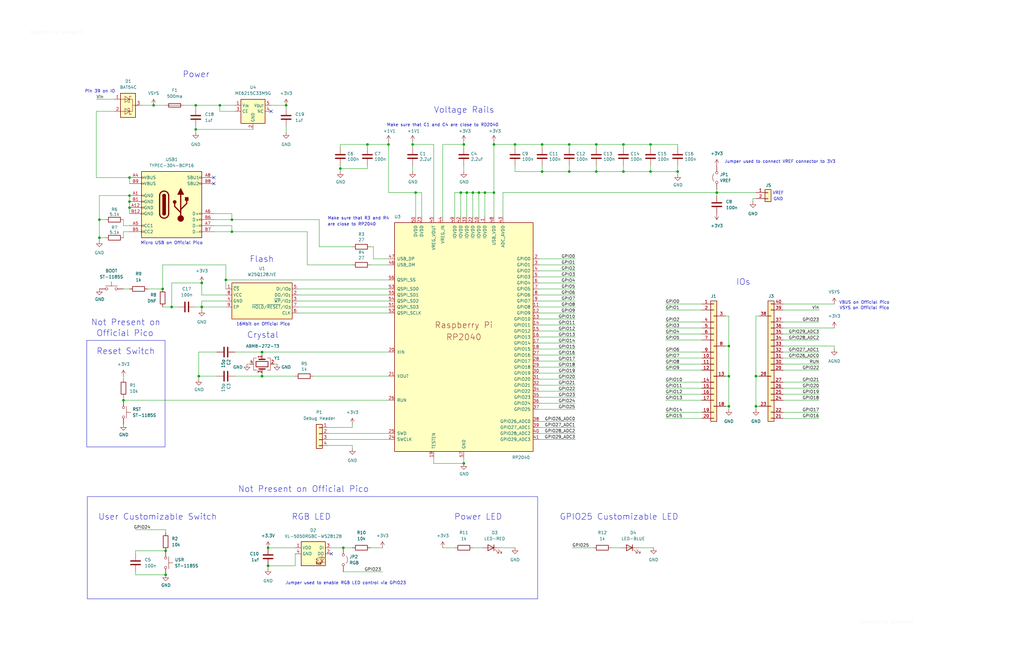
<source format=kicad_sch>
(kicad_sch (version 20250114) (generator "eeschema") (generator_version "9.0")
  (paper "B")
  (title_block (title "YD-RP2040 2022 v1.3 Remake") (date "2024-01-16") (rev "REV0"))
  (lib_symbols
    (symbol "+3V3_1" (power) (pin_numbers (hide yes)) (pin_names (offset 0) (hide yes))
      (property "Value" "+3V3" (at 0 3.556 0))
      (symbol "+3V3_1_1_1"
        (pin power_in line (at 0 0 90) (length 0) (name "~") (number "1"))
      )
    )
    (symbol "+3V3_2" (power) (pin_numbers (hide yes)) (pin_names (offset 0) (hide yes))
      (property "Value" "+3V3" (at 0 3.556 0))
      (symbol "+3V3_2_1_1"
        (pin power_in line (at 0 0 90) (length 0) (name "~") (number "1"))
      )
    )
    (symbol "+3V3_3" (power) (pin_numbers (hide yes)) (pin_names (offset 0) (hide yes))
      (property "Value" "+3V3" (at 0 3.556 0))
      (symbol "+3V3_3_1_1"
        (pin power_in line (at 0 0 90) (length 0) (name "~") (number "1"))
      )
    )
    (symbol "+3V3_4" (power) (pin_numbers (hide yes)) (pin_names (offset 0) (hide yes))
      (property "Value" "+3V3" (at 0 3.556 0))
      (symbol "+3V3_4_1_1"
        (pin power_in line (at 0 0 90) (length 0) (name "~") (number "1"))
      )
    )
    (symbol "+3V3_5" (power) (pin_numbers (hide yes)) (pin_names (offset 0) (hide yes))
      (property "Value" "+3V3" (at 0 3.556 0))
      (symbol "+3V3_5_1_1"
        (pin power_in line (at 0 0 90) (length 0) (name "~") (number "1"))
      )
    )
    (symbol "+3V3_6" (power) (pin_numbers (hide yes)) (pin_names (offset 0) (hide yes))
      (property "Value" "+3V3" (at 0 3.556 0))
      (symbol "+3V3_6_1_1"
        (pin power_in line (at 0 0 90) (length 0) (name "~") (number "1"))
      )
    )
    (symbol "+3V3_7" (power) (pin_numbers (hide yes)) (pin_names (offset 0) (hide yes))
      (property "Value" "+3V3" (at 0 3.556 0))
      (symbol "+3V3_7_1_1"
        (pin power_in line (at 0 0 90) (length 0) (name "~") (number "1"))
      )
    )
    (symbol "+3V3_8" (power) (pin_numbers (hide yes)) (pin_names (offset 0) (hide yes))
      (property "Value" "+3V3" (at 0 3.556 0))
      (symbol "+3V3_8_1_1"
        (pin power_in line (at 0 0 90) (length 0) (name "~") (number "1"))
      )
    )
    (symbol "+3V3_9" (power) (pin_numbers (hide yes)) (pin_names (offset 0) (hide yes))
      (property "Value" "+3V3" (at 0 3.556 0))
      (symbol "+3V3_9_1_1"
        (pin power_in line (at 0 0 90) (length 0) (name "~") (number "1"))
      )
    )
    (symbol "BAT54C_1" (pin_names (offset 1.016))
      (property "Reference" "P1" (at 1.27 7.62 0))
      (property "Value" "Debug Header" (at 1.27 5.08 0))
      (symbol "BAT54C_1_1_1"
        (pin passive line (at 5.08 1.27 180) (length 2.54) (name "~") (number "1"))
        (pin passive line (at 5.08 -1.27 180) (length 2.54) (name "~") (number "2"))
        (pin passive line (at 5.08 -3.81 180) (length 2.54) (name "~") (number "3"))
        (pin passive line (at 5.08 -6.35 180) (length 2.54) (name "~") (number "4"))
      )
    )
    (symbol "Conn_01x20_1" (pin_names (offset 1.016) (hide yes))
      (property "Reference" "J3" (at -1.27 28.194 0))
      (property "Value" "Conn_01x20" (at -5.842 26.162 0))
      (symbol "Conn_01x20_1_1_1"
        (pin passive line (at -5.08 22.86 0) (length 3.81) (name "Pin_20") (number "40"))
        (pin passive line (at -5.08 20.32 0) (length 3.81) (name "Pin_19") (number "39"))
        (pin passive line (at -5.08 15.24 0) (length 3.81) (name "Pin_17") (number "37"))
        (pin passive line (at -5.08 12.7 0) (length 3.81) (name "Pin_16") (number "36"))
        (pin passive line (at -5.08 10.16 0) (length 3.81) (name "Pin_15") (number "35"))
        (pin passive line (at -5.08 7.62 0) (length 3.81) (name "Pin_14") (number "34"))
        (pin passive line (at -5.08 5.08 0) (length 3.81) (name "Pin_13") (number "33"))
        (pin passive line (at -5.08 2.54 0) (length 3.81) (name "Pin_12") (number "32"))
        (pin passive line (at -5.08 0 0) (length 3.81) (name "Pin_11") (number "31"))
        (pin passive line (at -5.08 -2.54 0) (length 3.81) (name "Pin_10") (number "30"))
        (pin passive line (at -5.08 -5.08 0) (length 3.81) (name "Pin_9") (number "29"))
        (pin passive line (at -5.08 -10.16 0) (length 3.81) (name "Pin_7") (number "27"))
        (pin passive line (at -5.08 -12.7 0) (length 3.81) (name "Pin_6") (number "26"))
        (pin passive line (at -5.08 -15.24 0) (length 3.81) (name "Pin_5") (number "25"))
        (pin passive line (at -5.08 -17.78 0) (length 3.81) (name "Pin_4") (number "24"))
        (pin passive line (at -5.08 -22.86 0) (length 3.81) (name "Pin_2") (number "22"))
        (pin passive line (at -5.08 -25.4 0) (length 3.81) (name "Pin_1") (number "21"))
        (pin passive line (at 5.08 17.78 180) (length 3.81) (name "Pin_18") (number "38"))
        (pin passive line (at 5.08 -7.62 180) (length 3.81) (name "Pin_8") (number "28"))
        (pin passive line (at 5.08 -20.32 180) (length 3.81) (name "Pin_3") (number "23"))
      )
    )
    (symbol "Connector:USB_C_Receptacle" (pin_names (offset 1.016))
      (property "Reference" "USB1" (at 0 33.02 0))
      (property "Value" "TYPEC-304-BCP16" (at 0 30.48 0))
      (symbol "USB_C_Receptacle_1_1"
        (pin passive line (at -17.78 25.4 0) (length 5.08) (name "VBUS") (number "A4"))
        (pin passive line (at -17.78 25.4 0) (length 5.08) (hide yes) (name "VBUS") (number "A9"))
        (pin passive line (at -17.78 25.4 0) (length 5.08) (hide yes) (name "VBUS") (number "B4"))
        (pin passive line (at -17.78 25.4 0) (length 5.08) (hide yes) (name "VBUS") (number "B9"))
        (pin passive line (at -17.78 22.86 0) (length 5.08) (hide yes) (name "VBUS") (number "A9"))
        (pin passive line (at -17.78 22.86 0) (length 5.08) (hide yes) (name "VBUS") (number "B4"))
        (pin passive line (at -17.78 22.86 0) (length 5.08) (name "VBUS") (number "B9"))
        (pin passive line (at -17.78 22.86 0) (length 5.08) (hide yes) (name "VBUS") (number "B9"))
        (pin passive line (at -17.78 17.78 0) (length 5.08) (name "GND") (number "A1"))
        (pin passive line (at -17.78 17.78 0) (length 5.08) (hide yes) (name "VBUS") (number "A9"))
        (pin passive line (at -17.78 17.78 0) (length 5.08) (hide yes) (name "VBUS") (number "B4"))
        (pin passive line (at -17.78 17.78 0) (length 5.08) (hide yes) (name "VBUS") (number "B9"))
        (pin passive line (at -17.78 15.24 0) (length 5.08) (name "GND") (number "B1"))
        (pin passive line (at -17.78 15.24 0) (length 5.08) (hide yes) (name "VBUS") (number "B1"))
        (pin passive line (at -17.78 15.24 0) (length 5.08) (hide yes) (name "VBUS") (number "B4"))
        (pin passive line (at -17.78 15.24 0) (length 5.08) (hide yes) (name "VBUS") (number "B9"))
        (pin passive line (at -17.78 12.7 0) (length 5.08) (name "GND") (number "A12"))
        (pin passive line (at -17.78 12.7 0) (length 5.08) (hide yes) (name "VBUS") (number "A9"))
        (pin passive line (at -17.78 12.7 0) (length 5.08) (hide yes) (name "VBUS") (number "B4"))
        (pin passive line (at -17.78 12.7 0) (length 5.08) (hide yes) (name "VBUS") (number "B9"))
        (pin passive line (at -17.78 10.16 0) (length 5.08) (hide yes) (name "VBUS") (number "B1"))
        (pin passive line (at -17.78 10.16 0) (length 5.08) (name "GND") (number "B12"))
        (pin passive line (at -17.78 10.16 0) (length 5.08) (hide yes) (name "VBUS") (number "B4"))
        (pin passive line (at -17.78 10.16 0) (length 5.08) (hide yes) (name "VBUS") (number "B9"))
        (pin bidirectional line (at -17.78 5.08 0) (length 5.08) (name "CC1") (number "A5"))
        (pin bidirectional line (at -17.78 2.54 0) (length 5.08) (name "CC2") (number "B5"))
        (pin bidirectional line (at 17.78 25.4 180) (length 5.08) (name "SBU1") (number "A8"))
        (pin bidirectional line (at 17.78 22.86 180) (length 5.08) (name "SBU2") (number "B8"))
        (pin bidirectional line (at 17.78 10.16 180) (length 5.08) (name "D+") (number "A6"))
        (pin bidirectional line (at 17.78 7.62 180) (length 5.08) (name "D+") (number "B6"))
        (pin bidirectional line (at 17.78 5.08 180) (length 5.08) (name "D-") (number "A7"))
        (pin bidirectional line (at 17.78 2.54 180) (length 5.08) (name "D-") (number "B7"))
      )
    )
    (symbol "Connector_Generic:Conn_01x02" (pin_names (offset 1.016) (hide yes))
      (property "Reference" "J5" (at -1.016 3.048 0))
      (symbol "Conn_01x02_1_1"
        (pin passive line (at -5.08 0 0) (length 3.81) (name "Pin_1") (number "1"))
        (pin passive line (at -5.08 -2.54 0) (length 3.81) (name "Pin_2") (number "2"))
      )
    )
    (symbol "Connector_Generic:Conn_01x20" (pin_names (offset 1.016) (hide yes))
      (property "Reference" "J1" (at -1.27 28.194 0))
      (property "Value" "Conn_01x20" (at -5.842 26.162 0))
      (symbol "Conn_01x20_1_1"
        (pin passive line (at -5.08 22.86 0) (length 3.81) (name "Pin_1") (number "1"))
        (pin passive line (at -5.08 20.32 0) (length 3.81) (name "Pin_2") (number "2"))
        (pin passive line (at -5.08 15.24 0) (length 3.81) (name "Pin_4") (number "4"))
        (pin passive line (at -5.08 12.7 0) (length 3.81) (name "Pin_5") (number "5"))
        (pin passive line (at -5.08 10.16 0) (length 3.81) (name "Pin_6") (number "6"))
        (pin passive line (at -5.08 7.62 0) (length 3.81) (name "Pin_7") (number "7"))
        (pin passive line (at -5.08 2.54 0) (length 3.81) (name "Pin_9") (number "9"))
        (pin passive line (at -5.08 0 0) (length 3.81) (name "Pin_10") (number "10"))
        (pin passive line (at -5.08 -2.54 0) (length 3.81) (name "Pin_11") (number "11"))
        (pin passive line (at -5.08 -5.08 0) (length 3.81) (name "Pin_12") (number "12"))
        (pin passive line (at -5.08 -10.16 0) (length 3.81) (name "Pin_14") (number "14"))
        (pin passive line (at -5.08 -12.7 0) (length 3.81) (name "Pin_15") (number "15"))
        (pin passive line (at -5.08 -15.24 0) (length 3.81) (name "Pin_16") (number "16"))
        (pin passive line (at -5.08 -17.78 0) (length 3.81) (name "Pin_17") (number "17"))
        (pin passive line (at -5.08 -22.86 0) (length 3.81) (name "Pin_19") (number "19"))
        (pin passive line (at -5.08 -25.4 0) (length 3.81) (name "Pin_20") (number "20"))
        (pin passive line (at 5.08 17.78 180) (length 3.81) (name "Pin_3") (number "3"))
        (pin passive line (at 5.08 5.08 180) (length 3.81) (name "Pin_8") (number "8"))
        (pin passive line (at 5.08 -7.62 180) (length 3.81) (name "Pin_13") (number "13"))
        (pin passive line (at 5.08 -20.32 180) (length 3.81) (name "Pin_18") (number "18"))
      )
    )
    (symbol "Device:C" (pin_numbers (hide yes)) (pin_names (offset 0.254))
      (property "Reference" "C" (at 0.635 2.54 0))
      (property "Value" "C" (at 0.635 -2.54 0))
      (symbol "C_1_1"
        (pin passive line (at 0 3.81 270) (length 2.794) (name "~") (number "1"))
        (pin passive line (at 0 -3.81 90) (length 2.794) (name "~") (number "2"))
      )
    )
    (symbol "Device:Crystal_GND24" (pin_names (offset 1.016) (hide yes))
      (property "Reference" "Y" (at 3.175 5.08 0))
      (property "Value" "Crystal_GND24" (at 3.175 3.175 0))
      (symbol "Crystal_GND24_1_1"
        (pin passive line (at -3.81 0 0) (length 1.27) (name "1") (number "1"))
        (pin passive line (at 0 5.08 270) (length 1.27) (name "2") (number "2"))
        (pin passive line (at 0 -5.08 90) (length 1.27) (name "4") (number "4"))
        (pin passive line (at 3.81 0 180) (length 1.27) (name "3") (number "3"))
      )
    )
    (symbol "Device:Fuse" (pin_numbers (hide yes)) (pin_names (offset 0))
      (property "Reference" "F" (at 2.032 0 90))
      (property "Value" "Fuse" (at -1.905 0 90))
      (symbol "Fuse_1_1"
        (pin passive line (at 0 3.81 270) (length 1.27) (name "~") (number "1"))
        (pin passive line (at 0 -3.81 90) (length 1.27) (name "~") (number "2"))
      )
    )
    (symbol "Device:LED" (pin_numbers (hide yes)) (pin_names (offset 1.016) (hide yes))
      (property "Reference" "D" (at 0 2.54 0))
      (property "Value" "LED" (at 0 -2.54 0))
      (symbol "LED_1_1"
        (pin passive line (at -3.81 0 0) (length 2.54) (name "K") (number "1"))
        (pin passive line (at 3.81 0 180) (length 2.54) (name "A") (number "2"))
      )
    )
    (symbol "Device:R" (pin_numbers (hide yes)) (pin_names (offset 0))
      (property "Reference" "R" (at 2.032 0 90))
      (property "Value" "R" (at 0 0 90))
      (symbol "R_1_1"
        (pin passive line (at 0 3.81 270) (length 1.27) (name "~") (number "1"))
        (pin passive line (at 0 -3.81 90) (length 1.27) (name "~") (number "2"))
      )
    )
    (symbol "Diode:BAT54C" (pin_names (offset 1.016))
      (property "Reference" "D1" (at -0.508 7.62 0))
      (property "Value" "BAT54C" (at -0.508 5.08 0))
      (symbol "BAT54C_1_1"
        (pin passive line (at -6.35 0 0) (length 2.54) (name "~") (number "1"))
        (pin passive line (at -6.35 -5.08 0) (length 2.54) (name "~") (number "2"))
        (pin passive line (at 5.08 -2.54 180) (length 2.54) (name "~") (number "3"))
      )
    )
    (symbol "GND_1" (power) (pin_numbers (hide yes)) (pin_names (offset 0) (hide yes))
      (property "Value" "GND" (at 0 -3.81 0))
      (symbol "GND_1_1_1"
        (pin power_in line (at 0 0 270) (length 0) (name "~") (number "1"))
      )
    )
    (symbol "GND_10" (power) (pin_numbers (hide yes)) (pin_names (offset 0) (hide yes))
      (property "Value" "GND" (at 0 -3.81 0))
      (symbol "GND_10_1_1"
        (pin power_in line (at 0 0 270) (length 0) (name "~") (number "1"))
      )
    )
    (symbol "GND_2" (power) (pin_numbers (hide yes)) (pin_names (offset 0) (hide yes))
      (property "Value" "GND" (at 0 -3.81 0))
      (symbol "GND_2_1_1"
        (pin power_in line (at 0 0 270) (length 0) (name "~") (number "1"))
      )
    )
    (symbol "GND_3" (power) (pin_numbers (hide yes)) (pin_names (offset 0) (hide yes))
      (property "Value" "GND" (at 0 -3.81 0))
      (symbol "GND_3_1_1"
        (pin power_in line (at 0 0 270) (length 0) (name "~") (number "1"))
      )
    )
    (symbol "GND_4" (power) (pin_numbers (hide yes)) (pin_names (offset 0) (hide yes))
      (property "Value" "GND" (at 0 -3.81 0))
      (symbol "GND_4_1_1"
        (pin power_in line (at 0 0 270) (length 0) (name "~") (number "1"))
      )
    )
    (symbol "GND_5" (power) (pin_numbers (hide yes)) (pin_names (offset 0) (hide yes))
      (property "Value" "GND" (at 0 -3.81 0))
      (symbol "GND_5_1_1"
        (pin power_in line (at 0 0 270) (length 0) (name "~") (number "1"))
      )
    )
    (symbol "GND_6" (power) (pin_numbers (hide yes)) (pin_names (offset 0) (hide yes))
      (property "Value" "GND" (at 0 -3.81 0))
      (symbol "GND_6_1_1"
        (pin power_in line (at 0 0 270) (length 0) (name "~") (number "1"))
      )
    )
    (symbol "GND_7" (power) (pin_numbers (hide yes)) (pin_names (offset 0) (hide yes))
      (property "Value" "GND" (at 0 -3.81 0))
      (symbol "GND_7_1_1"
        (pin power_in line (at 0 0 270) (length 0) (name "~") (number "1"))
      )
    )
    (symbol "GND_8" (power) (pin_numbers (hide yes)) (pin_names (offset 0) (hide yes))
      (property "Value" "GND" (at 0 -3.81 0))
      (symbol "GND_8_1_1"
        (pin power_in line (at 0 0 270) (length 0) (name "~") (number "1"))
      )
    )
    (symbol "GND_9" (power) (pin_numbers (hide yes)) (pin_names (offset 0) (hide yes))
      (property "Value" "GND" (at 0 -3.81 0))
      (symbol "GND_9_1_1"
        (pin power_in line (at 0 0 270) (length 0) (name "~") (number "1"))
      )
    )
    (symbol "Jumper:Jumper_2_Open" (pin_numbers (hide yes)) (pin_names (offset 0) (hide yes))
      (property "Reference" "JP" (at 0 2.794 0))
      (property "Value" "Jumper_2_Open" (at 0 -2.286 0))
      (symbol "Jumper_2_Open_1_1"
        (pin passive line (at -5.08 0 0) (length 2.54) (name "A") (number "1"))
        (pin passive line (at 5.08 0 180) (length 2.54) (name "B") (number "2"))
      )
    )
    (symbol "LED:APA-106-F5"
      (property "Reference" "D2" (at 0 9.144 0))
      (property "Value" "XL-5050RGBC-WS2812B" (at 0 6.604 0))
      (symbol "APA-106-F5_0_0"
        (text "RGB" (at 2.286 -4.191 0) (effects (font (size 0.762 0.762))))
      )
      (symbol "APA-106-F5_1_1"
        (pin power_in line (at -7.62 2.54 0) (length 2.54) (name "VDD") (number "1"))
        (pin power_in line (at -7.62 0 0) (length 2.54) (name "GND") (number "4"))
        (pin input line (at 7.62 2.54 180) (length 2.54) (name "DI") (number "3"))
        (pin output line (at 7.62 0 180) (length 2.54) (name "DO") (number "2"))
      )
    )
    (symbol "MCU_RaspberryPi_RP2040:RP2040" (pin_names (offset 1.016))
      (property "Reference" "U3" (at -27.94 50.8 0))
      (property "Value" "RP2040" (at 24.13 -50.8 0))
      (symbol "RP2040_0_0"
        (text "Raspberry Pi" (at 0 5.08 0) (effects (font (size 2.54 2.54))))
        (text "RP2040" (at 0 0 0) (effects (font (size 2.54 2.54))))
      )
      (symbol "RP2040_1_1"
        (pin bidirectional line (at -31.75 33.02 0) (length 2.54) (name "USB_DP") (number "47"))
        (pin bidirectional line (at -31.75 30.48 0) (length 2.54) (name "USB_DM") (number "46"))
        (pin bidirectional line (at -31.75 24.13 0) (length 2.54) (name "QSPI_SS") (number "56"))
        (pin bidirectional line (at -31.75 20.32 0) (length 2.54) (name "QSPI_SD0") (number "53"))
        (pin bidirectional line (at -31.75 17.78 0) (length 2.54) (name "QSPI_SD1") (number "55"))
        (pin bidirectional line (at -31.75 15.24 0) (length 2.54) (name "QSPI_SD2") (number "54"))
        (pin bidirectional line (at -31.75 12.7 0) (length 2.54) (name "QSPI_SD3") (number "51"))
        (pin output line (at -31.75 10.16 0) (length 2.54) (name "QSPI_SCLK") (number "52"))
        (pin input line (at -31.75 -6.35 0) (length 2.54) (name "XIN") (number "20"))
        (pin passive line (at -31.75 -16.51 0) (length 2.54) (name "XOUT") (number "21"))
        (pin input line (at -31.75 -26.67 0) (length 2.54) (name "RUN") (number "26"))
        (pin bidirectional line (at -31.75 -40.64 0) (length 2.54) (name "SWD") (number "25"))
        (pin output line (at -31.75 -43.18 0) (length 2.54) (name "SWCLK") (number "24"))
        (pin power_in line (at -20.32 50.8 270) (length 2.54) (name "DVDD") (number "50"))
        (pin power_in line (at -17.78 50.8 270) (length 2.54) (name "DVDD") (number "23"))
        (pin power_out line (at -12.7 50.8 270) (length 2.54) (name "VREG_VOUT") (number "45"))
        (pin passive line (at -12.7 -50.8 90) (length 2.54) (name "TESTEN") (number "19"))
        (pin power_in line (at -8.89 50.8 270) (length 2.54) (name "VREG_IN") (number "44"))
        (pin power_in line (at -3.81 50.8 270) (length 2.54) (name "IOVDD") (number "49"))
        (pin power_in line (at -1.27 50.8 270) (length 2.54) (name "IOVDD") (number "42"))
        (pin power_in line (at 0 -50.8 90) (length 2.54) (name "GND") (number "57"))
        (pin power_in line (at 1.27 50.8 270) (length 2.54) (name "IOVDD") (number "33"))
        (pin power_in line (at 3.81 50.8 270) (length 2.54) (name "IOVDD") (number "22"))
        (pin power_in line (at 6.35 50.8 270) (length 2.54) (name "IOVDD") (number "10"))
        (pin power_in line (at 8.89 50.8 270) (length 2.54) (name "IOVDD") (number "1"))
        (pin power_in line (at 12.7 50.8 270) (length 2.54) (name "USB_VDD") (number "48"))
        (pin power_in line (at 16.51 50.8 270) (length 2.54) (name "ADC_AVDD") (number "43"))
        (pin bidirectional line (at 31.75 33.02 180) (length 2.54) (name "GPIO0") (number "2"))
        (pin bidirectional line (at 31.75 30.48 180) (length 2.54) (name "GPIO1") (number "3"))
        (pin bidirectional line (at 31.75 27.94 180) (length 2.54) (name "GPIO2") (number "4"))
        (pin bidirectional line (at 31.75 25.4 180) (length 2.54) (name "GPIO3") (number "5"))
        (pin bidirectional line (at 31.75 22.86 180) (length 2.54) (name "GPIO4") (number "6"))
        (pin bidirectional line (at 31.75 20.32 180) (length 2.54) (name "GPIO5") (number "7"))
        (pin bidirectional line (at 31.75 17.78 180) (length 2.54) (name "GPIO6") (number "8"))
        (pin bidirectional line (at 31.75 15.24 180) (length 2.54) (name "GPIO7") (number "9"))
        (pin bidirectional line (at 31.75 12.7 180) (length 2.54) (name "GPIO8") (number "11"))
        (pin bidirectional line (at 31.75 10.16 180) (length 2.54) (name "GPIO9") (number "12"))
        (pin bidirectional line (at 31.75 7.62 180) (length 2.54) (name "GPIO10") (number "13"))
        (pin bidirectional line (at 31.75 5.08 180) (length 2.54) (name "GPIO11") (number "14"))
        (pin bidirectional line (at 31.75 2.54 180) (length 2.54) (name "GPIO12") (number "15"))
        (pin bidirectional line (at 31.75 0 180) (length 2.54) (name "GPIO13") (number "16"))
        (pin bidirectional line (at 31.75 -2.54 180) (length 2.54) (name "GPIO14") (number "17"))
        (pin bidirectional line (at 31.75 -5.08 180) (length 2.54) (name "GPIO15") (number "18"))
        (pin bidirectional line (at 31.75 -7.62 180) (length 2.54) (name "GPIO16") (number "27"))
        (pin bidirectional line (at 31.75 -10.16 180) (length 2.54) (name "GPIO17") (number "28"))
        (pin bidirectional line (at 31.75 -12.7 180) (length 2.54) (name "GPIO18") (number "29"))
        (pin bidirectional line (at 31.75 -15.24 180) (length 2.54) (name "GPIO19") (number "30"))
        (pin bidirectional line (at 31.75 -17.78 180) (length 2.54) (name "GPIO20") (number "31"))
        (pin bidirectional line (at 31.75 -20.32 180) (length 2.54) (name "GPIO21") (number "32"))
        (pin bidirectional line (at 31.75 -22.86 180) (length 2.54) (name "GPIO22") (number "34"))
        (pin bidirectional line (at 31.75 -25.4 180) (length 2.54) (name "GPIO23") (number "35"))
        (pin bidirectional line (at 31.75 -27.94 180) (length 2.54) (name "GPIO24") (number "36"))
        (pin bidirectional line (at 31.75 -30.48 180) (length 2.54) (name "GPIO25") (number "37"))
        (pin bidirectional line (at 31.75 -35.56 180) (length 2.54) (name "GPIO26_ADC0") (number "38"))
        (pin bidirectional line (at 31.75 -38.1 180) (length 2.54) (name "GPIO27_ADC1") (number "39"))
        (pin bidirectional line (at 31.75 -40.64 180) (length 2.54) (name "GPIO28_ADC2") (number "40"))
        (pin bidirectional line (at 31.75 -43.18 180) (length 2.54) (name "GPIO29_ADC3") (number "41"))
      )
    )
    (symbol "Memory_Flash:W25Q32JVZP"
      (property "Reference" "U1" (at 0 15.24 0))
      (property "Value" "W25Q128JVE" (at 0 12.7 0))
      (symbol "W25Q32JVZP_1_1"
        (pin bidirectional line (at -15.24 7.62 0) (length 2.54) (name "DI/IO_{0}") (number "5"))
        (pin bidirectional line (at -15.24 5.08 0) (length 2.54) (name "DO/IO_{1}") (number "2"))
        (pin bidirectional line (at -15.24 2.54 0) (length 2.54) (name "~{WP}/IO_{2}") (number "3"))
        (pin bidirectional line (at -15.24 0 0) (length 2.54) (name "~{HOLD}/~{RESET}/IO_{3}") (number "7"))
        (pin input line (at -15.24 -2.54 0) (length 2.54) (name "CLK") (number "6"))
        (pin input line (at 15.24 7.62 180) (length 2.54) (name "~{CS}") (number "1"))
        (pin power_in line (at 15.24 5.08 180) (length 2.54) (name "VCC") (number "8"))
        (pin power_in line (at 15.24 2.54 180) (length 2.54) (name "GND") (number "4"))
        (pin passive line (at 15.24 0 180) (length 2.54) (name "EP") (number "9"))
      )
    )
    (symbol "Regulator_Linear:ME6211C33M5"
      (property "Reference" "U4" (at 0 10.16 0))
      (property "Value" "ME6215C33M5G" (at 0 7.62 0))
      (symbol "ME6211C33M5_1_1"
        (pin power_in line (at -7.62 2.54 0) (length 2.54) (name "V_{IN}") (number "1"))
        (pin power_in line (at -7.62 0 0) (length 2.54) (name "CE") (number "3"))
        (pin passive line (at 0 -7.62 90) (length 2.54) (name "GND") (number "2"))
        (pin no_connect line (at 5.08 0 180) (length 2.54) (hide yes) (name "NC") (number "4"))
        (pin power_out line (at 7.62 2.54 180) (length 2.54) (name "V_{OUT}") (number "5"))
        (pin unspecified line (at 7.62 0 180) (length 2.54) (name "NC") (number "4"))
      )
    )
    (symbol "Switch:SW_Push" (pin_numbers (hide yes)) (pin_names (offset 1.016) (hide yes))
      (property "Reference" "SW" (at 1.27 2.54 0))
      (property "Value" "SW_Push" (at 0 -1.524 0))
      (symbol "SW_Push_0_1"
        (pin passive line (at -5.08 0 0) (length 2.54) (name "1") (number "1"))
        (pin passive line (at 5.08 0 180) (length 2.54) (name "2") (number "2"))
      )
    )
    (symbol "VBUS_1" (power) (pin_numbers (hide yes)) (pin_names (offset 0) (hide yes))
      (property "Value" "VBUS" (at 0 3.556 0))
      (symbol "VBUS_1_1_1"
        (pin power_in line (at 0 0 90) (length 0) (name "~") (number "1"))
      )
    )
    (symbol "power:+1V1" (power) (pin_names (offset 0))
      (property "Value" "+1V1" (at 0 3.556 0))
      (symbol "+1V1_1_1"
        (pin power_in line (at 0 0 90) (length 0) (hide yes) (name "+1V1") (number "1"))
      )
    )
    (symbol "power:+3.3V" (power) (pin_numbers (hide yes)) (pin_names (offset 0) (hide yes))
      (property "Value" "+3.3V" (at 0 3.556 0))
      (symbol "+3.3V_1_1"
        (pin power_in line (at 0 0 90) (length 0) (name "~") (number "1"))
      )
    )
    (symbol "power:+3V3" (power) (pin_names (offset 0))
      (property "Value" "+3V3" (at 0 3.556 0))
      (symbol "+3V3_1_1"
        (pin power_in line (at 0 0 90) (length 0) (hide yes) (name "+3V3") (number "1"))
      )
    )
    (symbol "power:GND" (power) (pin_names (offset 0))
      (property "Value" "GND" (at 0 -3.81 0))
      (symbol "GND_1_1"
        (pin power_in line (at 0 0 270) (length 0) (hide yes) (name "GND") (number "1"))
      )
    )
  )
  (rectangle (start 36.576 143.637) (end 69.596 188.595))
  (rectangle (start 36.83 209.55) (end 226.695 252.73))
  (text "User Customizable Switch" (at 41.402 219.71 0) (effects (font (size 2.54 2.54)) (justify left bottom)))
  (text "Copyright by jarongarbi" (at 373.888 262.636 0) (effects (font (size 1.27 1.27))))
  (text "IOs" (at 310.388 120.65 0) (effects (font (size 2.54 2.54)) (justify left bottom)))
  (text "Power" (at 76.962 33.02 0) (effects (font (size 2.54 2.54)) (justify left bottom)))
  (text "Crystal" (at 104.14 143.002 0) (effects (font (size 2.54 2.54)) (justify left bottom)))
  (text "Jumper used to enable RGB LED control via GPIO23" (at 145.796 246.126 0) (effects (font (size 1.27 1.27))))
  (text "16Mbit on Official Pico" (at 110.998 136.906 0) (effects (font (size 1.27 1.27))))
  (text "RGB LED" (at 122.936 219.71 0) (effects (font (size 2.54 2.54)) (justify left bottom)))
  (text "GND" (at 328.168 84.074 0) (effects (font (size 1.27 1.27))))
  (text "Pin 39 on IO" (at 42.164 38.608 0) (effects (font (size 1.27 1.27))))
  (text "VREF" (at 328.168 81.534 0) (effects (font (size 1.27 1.27))))
  (text "Jumper used to connect VREF connector to 3V3" (at 328.93 68.326 0) (effects (font (size 1.27 1.27))))
  (text "are close to RP2040\n" (at 148.336 94.742 0) (effects (font (size 1.27 1.27))))
  (text "Micro USB on Official Pico" (at 72.39 102.616 0) (effects (font (size 1.27 1.27))))
  (text "Voltage Rails" (at 182.88 48.006 0) (effects (font (size 2.54 2.54)) (justify left bottom)))
  (text "Not Present on" (at 38.354 137.668 0) (effects (font (size 2.54 2.54)) (justify left bottom)))
  (text "VSYS on Official Pico" (at 364.49 130.048 0) (effects (font (size 1.27 1.27))))
  (text "Make sure that R3 and R4" (at 151.13 92.202 0) (effects (font (size 1.27 1.27))))
  (text "Copyright by jarongarbi" (at 23.876 13.716 0) (effects (font (size 1.27 1.27))))
  (text "Not Present on Official Pico" (at 100.33 208.026 0) (effects (font (size 2.54 2.54)) (justify left bottom)))
  (text "GPIO25 Customizable LED" (at 235.966 219.71 0) (effects (font (size 2.54 2.54)) (justify left bottom)))
  (text "Official Pico" (at 40.64 142.24 0) (effects (font (size 2.54 2.54)) (justify left bottom)))
  (text "Power LED" (at 191.516 219.71 0) (effects (font (size 2.54 2.54)) (justify left bottom)))
  (text "Reset Switch" (at 40.64 149.86 0) (effects (font (size 2.54 2.54)) (justify left bottom)))
  (text "Make sure that C1 and C4 are close to RD2040" (at 186.69 52.832 0) (effects (font (size 1.27 1.27))))
  (text "VBUS on Official Pico" (at 364.49 127.762 0) (effects (font (size 1.27 1.27))))
  (text "Flash" (at 115.57 110.998 0) (effects (font (size 2.54 2.54)) (justify right bottom)))
  (junction (at 64.77 44.45))
  (junction (at 72.39 129.54))
  (junction (at 85.09 119.38))
  (junction (at 318.77 171.45))
  (junction (at 154.94 60.96))
  (junction (at 307.34 171.45))
  (junction (at 83.82 158.75))
  (junction (at 217.17 60.96))
  (junction (at 240.03 72.39))
  (junction (at 208.28 81.28))
  (junction (at 251.46 60.96))
  (junction (at 69.85 232.41))
  (junction (at 173.99 60.96))
  (junction (at 110.49 148.59))
  (junction (at 95.25 118.11))
  (junction (at 240.03 60.96))
  (junction (at 201.93 81.28))
  (junction (at 143.51 71.12))
  (junction (at 113.03 238.76))
  (junction (at 175.26 81.28))
  (junction (at 274.32 60.96))
  (junction (at 120.65 44.45))
  (junction (at 68.58 121.92))
  (junction (at 113.03 231.14))
  (junction (at 285.75 72.39))
  (junction (at 110.49 158.75))
  (junction (at 307.34 146.05))
  (junction (at 69.85 242.57))
  (junction (at 251.46 72.39))
  (junction (at 85.09 129.54))
  (junction (at 195.58 60.96))
  (junction (at 54.61 74.93))
  (junction (at 41.91 100.33))
  (junction (at 307.34 158.75))
  (junction (at 144.78 231.14))
  (junction (at 41.91 92.71))
  (junction (at 204.47 81.28))
  (junction (at 196.85 81.28))
  (junction (at 97.79 97.79))
  (junction (at 163.83 60.96))
  (junction (at 54.61 85.09))
  (junction (at 228.6 72.39))
  (junction (at 262.89 72.39))
  (junction (at 54.61 87.63))
  (junction (at 199.39 81.28))
  (junction (at 92.71 44.45))
  (junction (at 194.31 81.28))
  (junction (at 52.07 168.91))
  (junction (at 82.55 44.45))
  (junction (at 195.58 195.58))
  (junction (at 208.28 60.96))
  (junction (at 97.79 92.71))
  (junction (at 302.26 81.28))
  (junction (at 54.61 82.55))
  (junction (at 82.55 54.61))
  (junction (at 262.89 60.96))
  (junction (at 274.32 72.39))
  (junction (at 318.77 158.75))
  (junction (at 228.6 60.96))
  (no_connect (at 139.7 233.68))
  (no_connect (at 114.3 46.99))
  (no_connect (at 90.17 77.47))
  (no_connect (at 90.17 74.93))
  (wire (pts (xy 330.2 140.97) (xy 345.44 140.97)))
  (wire (pts (xy 227.33 134.62) (xy 242.57 134.62)))
  (wire (pts (xy 295.91 151.13) (xy 280.67 151.13)))
  (wire (pts (xy 210.82 231.14) (xy 217.17 231.14)))
  (wire (pts (xy 143.51 71.12) (xy 154.94 71.12)))
  (wire (pts (xy 157.48 104.14) (xy 157.48 109.22)))
  (wire (pts (xy 330.2 166.37) (xy 345.44 166.37)))
  (wire (pts (xy 97.79 97.79) (xy 129.54 97.79)))
  (wire (pts (xy 52.07 97.79) (xy 54.61 97.79)))
  (wire (pts (xy 82.55 129.54) (xy 85.09 129.54)))
  (wire (pts (xy 295.91 140.97) (xy 280.67 140.97)))
  (wire (pts (xy 240.03 60.96) (xy 251.46 60.96)))
  (wire (pts (xy 307.34 133.35) (xy 307.34 146.05)))
  (wire (pts (xy 120.65 44.45) (xy 120.65 45.72)))
  (wire (pts (xy 204.47 81.28) (xy 208.28 81.28)))
  (wire (pts (xy 41.91 92.71) (xy 44.45 92.71)))
  (wire (pts (xy 195.58 59.69) (xy 195.58 60.96)))
  (wire (pts (xy 318.77 83.82) (xy 317.5 83.82)))
  (wire (pts (xy 240.03 62.23) (xy 240.03 60.96)))
  (wire (pts (xy 52.07 95.25) (xy 54.61 95.25)))
  (wire (pts (xy 129.54 97.79) (xy 129.54 111.76)))
  (wire (pts (xy 163.83 59.69) (xy 163.83 60.96)))
  (wire (pts (xy 144.78 231.14) (xy 148.59 231.14)))
  (wire (pts (xy 227.33 147.32) (xy 242.57 147.32)))
  (wire (pts (xy 295.91 163.83) (xy 280.67 163.83)))
  (wire (pts (xy 330.2 138.43) (xy 351.79 138.43)))
  (wire (pts (xy 295.91 135.89) (xy 280.67 135.89)))
  (wire (pts (xy 113.03 240.03) (xy 113.03 238.76)))
  (wire (pts (xy 227.33 172.72) (xy 242.57 172.72)))
  (wire (pts (xy 307.34 146.05) (xy 307.34 158.75)))
  (wire (pts (xy 191.77 81.28) (xy 194.31 81.28)))
  (wire (pts (xy 227.33 167.64) (xy 242.57 167.64)))
  (wire (pts (xy 57.15 242.57) (xy 57.15 241.3)))
  (wire (pts (xy 163.83 111.76) (xy 156.21 111.76)))
  (wire (pts (xy 195.58 60.96) (xy 186.69 60.96)))
  (wire (pts (xy 191.77 81.28) (xy 191.77 91.44)))
  (wire (pts (xy 227.33 109.22) (xy 242.57 109.22)))
  (wire (pts (xy 295.91 143.51) (xy 280.67 143.51)))
  (wire (pts (xy 302.26 80.01) (xy 302.26 81.28)))
  (wire (pts (xy 85.09 119.38) (xy 85.09 124.46)))
  (wire (pts (xy 241.3 231.14) (xy 250.19 231.14)))
  (wire (pts (xy 318.77 172.72) (xy 318.77 171.45)))
  (wire (pts (xy 182.88 60.96) (xy 182.88 91.44)))
  (wire (pts (xy 134.62 92.71) (xy 134.62 104.14)))
  (wire (pts (xy 240.03 69.85) (xy 240.03 72.39)))
  (wire (pts (xy 186.69 231.14) (xy 191.77 231.14)))
  (wire (pts (xy 227.33 114.3) (xy 242.57 114.3)))
  (wire (pts (xy 175.26 81.28) (xy 175.26 91.44)))
  (wire (pts (xy 320.04 158.75) (xy 318.77 158.75)))
  (wire (pts (xy 173.99 60.96) (xy 182.88 60.96)))
  (wire (pts (xy 85.09 130.81) (xy 85.09 129.54)))
  (wire (pts (xy 124.46 233.68) (xy 124.46 238.76)))
  (wire (pts (xy 104.14 153.67) (xy 105.41 153.67)))
  (wire (pts (xy 41.91 92.71) (xy 41.91 100.33)))
  (wire (pts (xy 143.51 60.96) (xy 154.94 60.96)))
  (wire (pts (xy 227.33 182.88) (xy 242.57 182.88)))
  (wire (pts (xy 295.91 166.37) (xy 280.67 166.37)))
  (wire (pts (xy 143.51 69.85) (xy 143.51 71.12)))
  (wire (pts (xy 306.07 171.45) (xy 307.34 171.45)))
  (wire (pts (xy 92.71 44.45) (xy 99.06 44.45)))
  (wire (pts (xy 115.57 153.67) (xy 116.84 153.67)))
  (wire (pts (xy 72.39 129.54) (xy 68.58 129.54)))
  (wire (pts (xy 295.91 168.91) (xy 280.67 168.91)))
  (wire (pts (xy 125.73 129.54) (xy 163.83 129.54)))
  (wire (pts (xy 295.91 161.29) (xy 280.67 161.29)))
  (wire (pts (xy 99.06 148.59) (xy 110.49 148.59)))
  (wire (pts (xy 173.99 62.23) (xy 173.99 60.96)))
  (wire (pts (xy 330.2 151.13) (xy 345.44 151.13)))
  (wire (pts (xy 295.91 138.43) (xy 280.67 138.43)))
  (wire (pts (xy 154.94 60.96) (xy 163.83 60.96)))
  (wire (pts (xy 163.83 60.96) (xy 163.83 81.28)))
  (wire (pts (xy 295.91 156.21) (xy 280.67 156.21)))
  (wire (pts (xy 125.73 124.46) (xy 163.83 124.46)))
  (wire (pts (xy 196.85 81.28) (xy 196.85 91.44)))
  (wire (pts (xy 148.59 187.96) (xy 148.59 189.23)))
  (wire (pts (xy 262.89 62.23) (xy 262.89 60.96)))
  (wire (pts (xy 351.79 146.05) (xy 351.79 147.32)))
  (wire (pts (xy 194.31 81.28) (xy 196.85 81.28)))
  (wire (pts (xy 41.91 82.55) (xy 41.91 92.71)))
  (wire (pts (xy 177.8 81.28) (xy 177.8 91.44)))
  (wire (pts (xy 217.17 62.23) (xy 217.17 60.96)))
  (wire (pts (xy 95.25 111.76) (xy 68.58 111.76)))
  (wire (pts (xy 208.28 60.96) (xy 217.17 60.96)))
  (wire (pts (xy 257.81 231.14) (xy 261.62 231.14)))
  (wire (pts (xy 295.91 153.67) (xy 280.67 153.67)))
  (wire (pts (xy 90.17 95.25) (xy 97.79 95.25)))
  (wire (pts (xy 110.49 157.48) (xy 110.49 158.75)))
  (wire (pts (xy 83.82 158.75) (xy 83.82 160.02)))
  (wire (pts (xy 163.83 109.22) (xy 157.48 109.22)))
  (wire (pts (xy 68.58 111.76) (xy 68.58 121.92)))
  (wire (pts (xy 330.2 153.67) (xy 345.44 153.67)))
  (wire (pts (xy 114.3 44.45) (xy 120.65 44.45)))
  (wire (pts (xy 69.85 242.57) (xy 57.15 242.57)))
  (wire (pts (xy 85.09 119.38) (xy 72.39 119.38)))
  (wire (pts (xy 41.91 101.6) (xy 41.91 100.33)))
  (wire (pts (xy 138.43 187.96) (xy 148.59 187.96)))
  (wire (pts (xy 97.79 90.17) (xy 97.79 92.71)))
  (wire (pts (xy 330.2 168.91) (xy 345.44 168.91)))
  (wire (pts (xy 320.04 171.45) (xy 318.77 171.45)))
  (wire (pts (xy 262.89 60.96) (xy 274.32 60.96)))
  (wire (pts (xy 95.25 129.54) (xy 85.09 129.54)))
  (wire (pts (xy 82.55 55.88) (xy 82.55 54.61)))
  (wire (pts (xy 285.75 69.85) (xy 285.75 72.39)))
  (wire (pts (xy 85.09 124.46) (xy 95.25 124.46)))
  (wire (pts (xy 132.08 158.75) (xy 163.83 158.75)))
  (wire (pts (xy 330.2 143.51) (xy 345.44 143.51)))
  (wire (pts (xy 227.33 144.78) (xy 242.57 144.78)))
  (wire (pts (xy 227.33 124.46) (xy 242.57 124.46)))
  (wire (pts (xy 69.85 223.52) (xy 57.15 223.52)))
  (wire (pts (xy 154.94 71.12) (xy 154.94 69.85)))
  (wire (pts (xy 228.6 62.23) (xy 228.6 60.96)))
  (wire (pts (xy 228.6 72.39) (xy 217.17 72.39)))
  (wire (pts (xy 227.33 177.8) (xy 242.57 177.8)))
  (wire (pts (xy 208.28 60.96) (xy 208.28 81.28)))
  (wire (pts (xy 144.78 241.3) (xy 161.29 241.3)))
  (wire (pts (xy 199.39 231.14) (xy 203.2 231.14)))
  (wire (pts (xy 195.58 60.96) (xy 195.58 62.23)))
  (wire (pts (xy 208.28 59.69) (xy 208.28 60.96)))
  (wire (pts (xy 318.77 133.35) (xy 318.77 158.75)))
  (wire (pts (xy 227.33 127) (xy 242.57 127)))
  (wire (pts (xy 330.2 148.59) (xy 345.44 148.59)))
  (wire (pts (xy 125.73 127) (xy 163.83 127)))
  (wire (pts (xy 173.99 69.85) (xy 173.99 72.39)))
  (wire (pts (xy 228.6 60.96) (xy 240.03 60.96)))
  (wire (pts (xy 69.85 232.41) (xy 69.85 233.68)))
  (wire (pts (xy 306.07 158.75) (xy 307.34 158.75)))
  (wire (pts (xy 295.91 130.81) (xy 280.67 130.81)))
  (wire (pts (xy 330.2 156.21) (xy 345.44 156.21)))
  (wire (pts (xy 295.91 128.27) (xy 280.67 128.27)))
  (wire (pts (xy 302.26 81.28) (xy 302.26 82.55)))
  (wire (pts (xy 82.55 54.61) (xy 106.68 54.61)))
  (wire (pts (xy 227.33 185.42) (xy 242.57 185.42)))
  (wire (pts (xy 40.64 41.91) (xy 48.26 41.91)))
  (wire (pts (xy 307.34 158.75) (xy 307.34 171.45)))
  (wire (pts (xy 52.07 167.64) (xy 52.07 168.91)))
  (wire (pts (xy 54.61 121.92) (xy 52.07 121.92)))
  (wire (pts (xy 228.6 69.85) (xy 228.6 72.39)))
  (wire (pts (xy 199.39 81.28) (xy 199.39 91.44)))
  (wire (pts (xy 64.77 44.45) (xy 69.85 44.45)))
  (wire (pts (xy 113.03 231.14) (xy 124.46 231.14)))
  (wire (pts (xy 274.32 72.39) (xy 285.75 72.39)))
  (wire (pts (xy 262.89 69.85) (xy 262.89 72.39)))
  (wire (pts (xy 156.21 231.14) (xy 161.29 231.14)))
  (wire (pts (xy 186.69 60.96) (xy 186.69 91.44)))
  (wire (pts (xy 69.85 232.41) (xy 57.15 232.41)))
  (wire (pts (xy 217.17 60.96) (xy 228.6 60.96)))
  (wire (pts (xy 330.2 146.05) (xy 351.79 146.05)))
  (wire (pts (xy 227.33 129.54) (xy 242.57 129.54)))
  (wire (pts (xy 40.64 46.99) (xy 48.26 46.99)))
  (wire (pts (xy 99.06 158.75) (xy 110.49 158.75)))
  (wire (pts (xy 82.55 44.45) (xy 82.55 45.72)))
  (wire (pts (xy 195.58 69.85) (xy 195.58 72.39)))
  (wire (pts (xy 83.82 158.75) (xy 91.44 158.75)))
  (wire (pts (xy 110.49 158.75) (xy 124.46 158.75)))
  (wire (pts (xy 69.85 223.52) (xy 69.85 224.79)))
  (wire (pts (xy 138.43 180.34) (xy 148.59 180.34)))
  (wire (pts (xy 227.33 116.84) (xy 242.57 116.84)))
  (wire (pts (xy 204.47 81.28) (xy 204.47 91.44)))
  (wire (pts (xy 285.75 62.23) (xy 285.75 60.96)))
  (wire (pts (xy 138.43 185.42) (xy 163.83 185.42)))
  (wire (pts (xy 196.85 81.28) (xy 199.39 81.28)))
  (wire (pts (xy 285.75 72.39) (xy 285.75 73.66)))
  (wire (pts (xy 68.58 121.92) (xy 62.23 121.92)))
  (wire (pts (xy 54.61 82.55) (xy 41.91 82.55)))
  (wire (pts (xy 227.33 154.94) (xy 242.57 154.94)))
  (wire (pts (xy 295.91 148.59) (xy 280.67 148.59)))
  (wire (pts (xy 54.61 85.09) (xy 54.61 87.63)))
  (wire (pts (xy 59.69 44.45) (xy 64.77 44.45)))
  (wire (pts (xy 195.58 193.04) (xy 195.58 195.58)))
  (wire (pts (xy 208.28 81.28) (xy 208.28 91.44)))
  (wire (pts (xy 227.33 152.4) (xy 242.57 152.4)))
  (wire (pts (xy 240.03 72.39) (xy 228.6 72.39)))
  (wire (pts (xy 295.91 173.99) (xy 280.67 173.99)))
  (wire (pts (xy 217.17 69.85) (xy 217.17 72.39)))
  (wire (pts (xy 306.07 146.05) (xy 307.34 146.05)))
  (wire (pts (xy 182.88 193.04) (xy 182.88 195.58)))
  (wire (pts (xy 227.33 157.48) (xy 242.57 157.48)))
  (wire (pts (xy 52.07 97.79) (xy 52.07 100.33)))
  (wire (pts (xy 212.09 81.28) (xy 212.09 91.44)))
  (wire (pts (xy 83.82 148.59) (xy 91.44 148.59)))
  (wire (pts (xy 227.33 137.16) (xy 242.57 137.16)))
  (wire (pts (xy 163.83 81.28) (xy 175.26 81.28)))
  (wire (pts (xy 227.33 162.56) (xy 242.57 162.56)))
  (wire (pts (xy 306.07 133.35) (xy 307.34 133.35)))
  (wire (pts (xy 40.64 46.99) (xy 40.64 74.93)))
  (wire (pts (xy 52.07 158.75) (xy 52.07 160.02)))
  (wire (pts (xy 77.47 44.45) (xy 82.55 44.45)))
  (wire (pts (xy 177.8 81.28) (xy 175.26 81.28)))
  (wire (pts (xy 52.07 92.71) (xy 52.07 95.25)))
  (wire (pts (xy 148.59 111.76) (xy 129.54 111.76)))
  (wire (pts (xy 40.64 74.93) (xy 54.61 74.93)))
  (wire (pts (xy 99.06 46.99) (xy 92.71 46.99)))
  (wire (pts (xy 227.33 142.24) (xy 242.57 142.24)))
  (wire (pts (xy 274.32 72.39) (xy 262.89 72.39)))
  (wire (pts (xy 83.82 148.59) (xy 83.82 158.75)))
  (wire (pts (xy 57.15 232.41) (xy 57.15 233.68)))
  (wire (pts (xy 110.49 149.86) (xy 110.49 148.59)))
  (wire (pts (xy 125.73 121.92) (xy 163.83 121.92)))
  (wire (pts (xy 134.62 104.14) (xy 148.59 104.14)))
  (wire (pts (xy 54.61 82.55) (xy 54.61 85.09)))
  (wire (pts (xy 90.17 92.71) (xy 97.79 92.71)))
  (wire (pts (xy 199.39 81.28) (xy 201.93 81.28)))
  (wire (pts (xy 227.33 132.08) (xy 242.57 132.08)))
  (wire (pts (xy 227.33 149.86) (xy 242.57 149.86)))
  (wire (pts (xy 95.25 118.11) (xy 163.83 118.11)))
  (wire (pts (xy 148.59 179.07) (xy 148.59 180.34)))
  (wire (pts (xy 143.51 62.23) (xy 143.51 60.96)))
  (wire (pts (xy 90.17 97.79) (xy 97.79 97.79)))
  (wire (pts (xy 74.93 129.54) (xy 72.39 129.54)))
  (wire (pts (xy 157.48 104.14) (xy 156.21 104.14)))
  (wire (pts (xy 143.51 71.12) (xy 143.51 72.39)))
  (wire (pts (xy 274.32 69.85) (xy 274.32 72.39)))
  (wire (pts (xy 92.71 46.99) (xy 92.71 44.45)))
  (wire (pts (xy 54.61 77.47) (xy 54.61 74.93)))
  (wire (pts (xy 194.31 81.28) (xy 194.31 91.44)))
  (wire (pts (xy 173.99 59.69) (xy 173.99 60.96)))
  (wire (pts (xy 113.03 238.76) (xy 124.46 238.76)))
  (wire (pts (xy 227.33 139.7) (xy 242.57 139.7)))
  (wire (pts (xy 251.46 60.96) (xy 262.89 60.96)))
  (wire (pts (xy 330.2 176.53) (xy 345.44 176.53)))
  (wire (pts (xy 95.25 111.76) (xy 95.25 118.11)))
  (wire (pts (xy 82.55 44.45) (xy 92.71 44.45)))
  (wire (pts (xy 95.25 127) (xy 85.09 127)))
  (wire (pts (xy 227.33 121.92) (xy 242.57 121.92)))
  (wire (pts (xy 227.33 165.1) (xy 242.57 165.1)))
  (wire (pts (xy 330.2 161.29) (xy 345.44 161.29)))
  (wire (pts (xy 227.33 111.76) (xy 242.57 111.76)))
  (wire (pts (xy 251.46 72.39) (xy 240.03 72.39)))
  (wire (pts (xy 97.79 95.25) (xy 97.79 97.79)))
  (wire (pts (xy 262.89 72.39) (xy 251.46 72.39)))
  (wire (pts (xy 330.2 163.83) (xy 345.44 163.83)))
  (wire (pts (xy 90.17 90.17) (xy 97.79 90.17)))
  (wire (pts (xy 201.93 81.28) (xy 204.47 81.28)))
  (wire (pts (xy 295.91 176.53) (xy 280.67 176.53)))
  (wire (pts (xy 317.5 83.82) (xy 317.5 85.09)))
  (wire (pts (xy 269.24 231.14) (xy 275.59 231.14)))
  (wire (pts (xy 41.91 100.33) (xy 44.45 100.33)))
  (wire (pts (xy 125.73 132.08) (xy 163.83 132.08)))
  (wire (pts (xy 330.2 130.81) (xy 345.44 130.81)))
  (wire (pts (xy 52.07 168.91) (xy 163.83 168.91)))
  (wire (pts (xy 212.09 81.28) (xy 302.26 81.28)))
  (wire (pts (xy 182.88 195.58) (xy 195.58 195.58)))
  (wire (pts (xy 139.7 231.14) (xy 144.78 231.14)))
  (wire (pts (xy 154.94 62.23) (xy 154.94 60.96)))
  (wire (pts (xy 330.2 135.89) (xy 345.44 135.89)))
  (wire (pts (xy 274.32 60.96) (xy 285.75 60.96)))
  (wire (pts (xy 307.34 172.72) (xy 307.34 171.45)))
  (wire (pts (xy 54.61 87.63) (xy 54.61 90.17)))
  (wire (pts (xy 274.32 62.23) (xy 274.32 60.96)))
  (wire (pts (xy 97.79 92.71) (xy 134.62 92.71)))
  (wire (pts (xy 318.77 158.75) (xy 318.77 171.45)))
  (wire (pts (xy 251.46 69.85) (xy 251.46 72.39)))
  (wire (pts (xy 227.33 160.02) (xy 242.57 160.02)))
  (wire (pts (xy 227.33 170.18) (xy 242.57 170.18)))
  (wire (pts (xy 72.39 119.38) (xy 72.39 129.54)))
  (wire (pts (xy 330.2 173.99) (xy 345.44 173.99)))
  (wire (pts (xy 82.55 53.34) (xy 82.55 54.61)))
  (wire (pts (xy 85.09 127) (xy 85.09 129.54)))
  (wire (pts (xy 251.46 62.23) (xy 251.46 60.96)))
  (wire (pts (xy 138.43 182.88) (xy 163.83 182.88)))
  (wire (pts (xy 120.65 53.34) (xy 120.65 55.88)))
  (wire (pts (xy 302.26 81.28) (xy 318.77 81.28)))
  (wire (pts (xy 201.93 81.28) (xy 201.93 91.44)))
  (wire (pts (xy 95.25 118.11) (xy 95.25 121.92)))
  (wire (pts (xy 227.33 180.34) (xy 242.57 180.34)))
  (wire (pts (xy 227.33 119.38) (xy 242.57 119.38)))
  (wire (pts (xy 320.04 133.35) (xy 318.77 133.35)))
  (wire (pts (xy 330.2 128.27) (xy 351.79 128.27)))
  (wire (pts (xy 110.49 148.59) (xy 163.83 148.59)))
  (label "GPIO29_ADC3" (at 345.44 140.97 180))
  (label "Vin" (at 40.64 41.91 0))
  (label "GPIO24" (at 63.5 223.52 180))
  (label "GPIO17" (at 345.44 173.99 180))
  (label "GPIO20" (at 345.44 163.83 180))
  (label "GPIO7" (at 280.67 151.13 0))
  (label "GPIO4" (at 242.57 119.38 180))
  (label "GPIO13" (at 280.67 168.91 0))
  (label "GPIO3" (at 280.67 138.43 0))
  (label "GPIO22" (at 345.44 156.21 180))
  (label "GPIO0" (at 280.67 128.27 0))
  (label "GPIO29_ADC3" (at 242.57 185.42 180))
  (label "GPIO13" (at 242.57 142.24 180))
  (label "GPIO8" (at 280.67 153.67 0))
  (label "GPIO6" (at 242.57 124.46 180))
  (label "GPIO20" (at 242.57 160.02 180))
  (label "GPIO18" (at 242.57 154.94 180))
  (label "GPIO25" (at 242.57 172.72 180))
  (label "GPIO11" (at 280.67 163.83 0))
  (label "GPIO0" (at 242.57 109.22 180))
  (label "GPIO4" (at 280.67 140.97 0))
  (label "GPIO21" (at 242.57 162.56 180))
  (label "GPIO11" (at 242.57 137.16 180))
  (label "GPIO19" (at 345.44 166.37 180))
  (label "GPIO27_ADC1" (at 242.57 180.34 180))
  (label "GPIO9" (at 280.67 156.21 0))
  (label "GPIO1" (at 242.57 111.76 180))
  (label "GPIO14" (at 242.57 144.78 180))
  (label "GPIO3" (at 242.57 116.84 180))
  (label "Vin" (at 345.44 130.81 180))
  (label "GPIO28_ADC2" (at 345.44 143.51 180))
  (label "GPIO10" (at 242.57 134.62 180))
  (label "GPIO23" (at 242.57 167.64 180))
  (label "GPIO15" (at 280.67 176.53 0))
  (label "GPIO25" (at 241.3 231.14 0))
  (label "GPIO23" (at 153.67 241.3 0))
  (label "GPIO23" (at 345.44 135.89 180))
  (label "GPIO18" (at 345.44 168.91 180))
  (label "GPIO5" (at 280.67 143.51 0))
  (label "GPIO17" (at 242.57 152.4 180))
  (label "GPIO27_ADC1" (at 345.44 148.59 180))
  (label "GPIO2" (at 242.57 114.3 180))
  (label "GPIO12" (at 280.67 166.37 0))
  (label "GPIO9" (at 242.57 132.08 180))
  (label "GPIO15" (at 242.57 147.32 180))
  (label "GPIO14" (at 280.67 173.99 0))
  (label "GPIO6" (at 280.67 148.59 0))
  (label "GPIO12" (at 242.57 139.7 180))
  (label "GPIO24" (at 242.57 170.18 180))
  (label "GPIO5" (at 242.57 121.92 180))
  (label "GPIO22" (at 242.57 165.1 180))
  (label "GPIO19" (at 242.57 157.48 180))
  (label "GPIO16" (at 345.44 176.53 180))
  (label "GPIO1" (at 280.67 130.81 0))
  (label "RUN" (at 345.44 153.67 180))
  (label "GPIO26_ADC0" (at 345.44 151.13 180))
  (label "GPIO21" (at 345.44 161.29 180))
  (label "GPIO10" (at 280.67 161.29 0))
  (label "GPIO26_ADC0" (at 242.57 177.8 180))
  (label "GPIO28_ADC2" (at 242.57 182.88 180))
  (label "GPIO2" (at 280.67 135.89 0))
  (label "GPIO16" (at 242.57 149.86 180))
  (label "GPIO8" (at 242.57 129.54 180))
  (label "GPIO7" (at 242.57 127 180))
  (symbol (lib_id "MCU_RaspberryPi_RP2040:RP2040") (at 195.58 142.24 0) (unit 1)
    (property "Reference" "U3" (at 167.64 91.44 0))
    (property "Value" "RP2040" (at 219.71 193.04 0))
    (property "Footprint" "RP2040_minimal:RP2040-QFN-56" (effects (hide yes)))
  )
  (symbol (lib_id "power:GND") (at 195.58 195.58 0) (unit 1)
    (property "Reference" "#PWR016" (effects (hide yes)))
    (property "Value" "GND" (at 195.707 199.9742 0))
  )
  (symbol (lib_id "Device:R") (at 152.4 104.14 90) (mirror x) (unit 1)
    (property "Reference" "R3" (at 152.4 98.8822 90))
    (property "Value" "27" (at 152.4 101.1936 90))
    (property "Footprint" "Resistor_SMD:R_0402_1005Metric" (effects (hide yes)))
  )
  (symbol (lib_id "Device:R") (at 152.4 111.76 90) (mirror x) (unit 1)
    (property "Reference" "R4" (at 152.4 106.5022 90))
    (property "Value" "27" (at 152.4 108.8136 90))
    (property "Footprint" "Resistor_SMD:R_0402_1005Metric" (effects (hide yes)))
  )
  (symbol (lib_id "power:+3V3") (at 208.28 59.69 0) (unit 1)
    (property "Reference" "#PWR017" (effects (hide yes)))
    (property "Value" "+3V3" (at 208.661 55.2958 0))
  )
  (symbol (lib_id "power:+1V1") (at 163.83 59.69 0) (unit 1)
    (property "Reference" "#PWR014" (effects (hide yes)))
    (property "Value" "+1V1" (at 164.211 55.2958 0))
  )
  (symbol (lib_id "Device:C") (at 217.17 66.04 0) (unit 1)
    (property "Reference" "C9" (at 220.091 64.8716 0) (effects (justify left)))
    (property "Value" "100n" (at 220.091 67.183 0) (effects (justify left)))
    (property "Footprint" "Capacitor_SMD:C_0402_1005Metric" (effects (hide yes)))
  )
  (symbol (lib_id "Device:C") (at 228.6 66.04 0) (unit 1)
    (property "Reference" "C11" (at 231.521 64.8716 0) (effects (justify left)))
    (property "Value" "100n" (at 231.521 67.183 0) (effects (justify left)))
    (property "Footprint" "Capacitor_SMD:C_0402_1005Metric" (effects (hide yes)))
  )
  (symbol (lib_id "Device:C") (at 240.03 66.04 0) (unit 1)
    (property "Reference" "C12" (at 242.951 64.8716 0) (effects (justify left)))
    (property "Value" "100n" (at 242.951 67.183 0) (effects (justify left)))
    (property "Footprint" "Capacitor_SMD:C_0402_1005Metric" (effects (hide yes)))
  )
  (symbol (lib_id "Device:C") (at 251.46 66.04 0) (unit 1)
    (property "Reference" "C13" (at 254.381 64.8716 0) (effects (justify left)))
    (property "Value" "100n" (at 254.381 67.183 0) (effects (justify left)))
    (property "Footprint" "Capacitor_SMD:C_0402_1005Metric" (effects (hide yes)))
  )
  (symbol (lib_id "Device:C") (at 262.89 66.04 0) (unit 1)
    (property "Reference" "C14" (at 265.811 64.8716 0) (effects (justify left)))
    (property "Value" "100n" (at 265.811 67.183 0) (effects (justify left)))
    (property "Footprint" "Capacitor_SMD:C_0402_1005Metric" (effects (hide yes)))
  )
  (symbol (lib_id "Device:C") (at 274.32 66.04 0) (unit 1)
    (property "Reference" "C15" (at 277.241 64.8716 0) (effects (justify left)))
    (property "Value" "100n" (at 277.241 67.183 0) (effects (justify left)))
    (property "Footprint" "Capacitor_SMD:C_0402_1005Metric" (effects (hide yes)))
  )
  (symbol (lib_id "Device:C") (at 285.75 66.04 0) (unit 1)
    (property "Reference" "C16" (at 288.671 64.8716 0) (effects (justify left)))
    (property "Value" "100n" (at 288.671 67.183 0) (effects (justify left)))
    (property "Footprint" "Capacitor_SMD:C_0402_1005Metric" (effects (hide yes)))
  )
  (symbol (lib_id "Device:C") (at 143.51 66.04 0) (unit 1)
    (property "Reference" "C6" (at 146.431 64.8716 0) (effects (justify left)))
    (property "Value" "100n" (at 146.431 67.183 0) (effects (justify left)))
    (property "Footprint" "Capacitor_SMD:C_0402_1005Metric" (effects (hide yes)))
  )
  (symbol (lib_id "Device:C") (at 154.94 66.04 0) (unit 1)
    (property "Reference" "C7" (at 157.861 64.8716 0) (effects (justify left)))
    (property "Value" "100n" (at 157.861 67.183 0) (effects (justify left)))
    (property "Footprint" "Capacitor_SMD:C_0402_1005Metric" (effects (hide yes)))
  )
  (symbol (lib_id "power:GND") (at 285.75 73.66 0) (unit 1)
    (property "Reference" "#PWR023" (effects (hide yes)))
    (property "Value" "GND" (at 285.877 78.0542 0))
  )
  (symbol (lib_id "power:GND") (at 143.51 72.39 0) (unit 1)
    (property "Reference" "#PWR012" (effects (hide yes)))
    (property "Value" "GND" (at 143.637 76.7842 0))
  )
  (symbol (lib_name "GND_9") (lib_id "power:GND") (at 275.59 231.14 0) (unit 1)
    (property "Reference" "#PWR039" (effects (hide yes)))
    (property "Value" "GND" (at 275.59 236.22 0))
    (property "Description" "Power symbol creates a global label with name \"GND\" , ground" (effects (hide yes)))
  )
  (symbol (lib_name "GND_2") (lib_id "power:GND") (at 120.65 55.88 0) (unit 1)
    (property "Reference" "#PWR031" (effects (hide yes)))
    (property "Value" "GND" (at 120.65 60.96 0))
    (property "Description" "Power symbol creates a global label with name \"GND\" , ground" (effects (hide yes)))
  )
  (symbol (lib_id "Switch:SW_Push") (at 52.07 173.99 270) (unit 1)
    (property "Reference" "RST" (at 55.88 172.7199 90) (effects (justify left)))
    (property "Value" "ST-1185S" (at 55.88 175.2599 90) (effects (justify left)))
    (property "Description" "Push button switch, generic, two pins" (effects (hide yes)))
  )
  (symbol (lib_name "BAT54C_1") (lib_id "Diode:BAT54C") (at 133.35 181.61 0) (unit 1)
    (property "Reference" "P1" (at 134.62 173.99 0))
    (property "Value" "Debug Header" (at 134.62 176.53 0))
    (property "Footprint" "Package_TO_SOT_SMD:SOT-23" (effects (hide yes)))
    (property "Datasheet" "http://www.diodes.com/_files/datasheets/ds11005.pdf" (effects (hide yes)))
    (property "Description" "dual schottky barrier diode, common cathode" (effects (hide yes)))
  )
  (symbol (lib_id "Device:C") (at 120.65 49.53 0) (unit 1)
    (property "Reference" "C19" (at 124.46 48.2599 0) (effects (justify left)))
    (property "Value" "1uf" (at 124.46 50.7999 0) (effects (justify left)))
    (property "Description" "Unpolarized capacitor" (effects (hide yes)))
  )
  (symbol (lib_name "GND_5") (lib_id "power:GND") (at 318.77 172.72 0) (mirror y) (unit 1)
    (property "Reference" "#PWR019" (effects (hide yes)))
    (property "Value" "GND" (at 318.77 177.8 0))
    (property "Description" "Power symbol creates a global label with name \"GND\" , ground" (effects (hide yes)))
  )
  (symbol (lib_id "power:GND") (at 69.85 242.57 0) (unit 1)
    (property "Reference" "#PWR033" (effects (hide yes)))
    (property "Value" "GND" (at 69.977 246.9642 0))
  )
  (symbol (lib_id "LED:APA-106-F5") (at 132.08 233.68 0) (unit 1)
    (property "Reference" "D2" (at 132.08 223.774 0))
    (property "Value" "XL-5050RGBC-WS2812B" (at 132.08 226.314 0))
    (property "Footprint" "LED_THT:LED_D5.0mm-4_RGB" (effects (hide yes)))
    (property "Datasheet" "https://cdn.sparkfun.com/datasheets/Components/LED/COM-12877.pdf" (effects (hide yes)))
    (property "Description" "RGB LED with integrated controller, 5mm Package" (effects (hide yes)))
  )
  (symbol (lib_name "+3V3_9") (lib_id "power:+3V3") (at 186.69 231.14 0) (unit 1)
    (property "Reference" "#PWR036" (effects (hide yes)))
    (property "Value" "+3V3" (at 186.69 226.06 0))
    (property "Description" "Power symbol creates a global label with name \"+3V3\"" (effects (hide yes)))
  )
  (symbol (lib_id "Device:C") (at 113.03 234.95 0) (mirror y) (unit 1)
    (property "Reference" "C10" (at 109.22 233.6799 0) (effects (justify left)))
    (property "Value" "1uf" (at 109.22 236.2199 0) (effects (justify left)))
    (property "Description" "Unpolarized capacitor" (effects (hide yes)))
  )
  (symbol (lib_id "Device:R") (at 254 231.14 90) (unit 1)
    (property "Reference" "R12" (at 254 224.79 90))
    (property "Value" "1k" (at 254 227.33 90))
    (property "Description" "Resistor" (effects (hide yes)))
  )
  (symbol (lib_name "GND_9") (lib_id "power:GND") (at 217.17 231.14 0) (unit 1)
    (property "Reference" "#PWR037" (effects (hide yes)))
    (property "Value" "GND" (at 217.17 236.22 0))
    (property "Description" "Power symbol creates a global label with name \"GND\" , ground" (effects (hide yes)))
  )
  (symbol (lib_name "GND_8") (lib_id "power:GND") (at 113.03 240.03 0) (unit 1)
    (property "Reference" "#PWR034" (effects (hide yes)))
    (property "Value" "GND" (at 113.03 245.11 0))
    (property "Description" "Power symbol creates a global label with name \"GND\" , ground" (effects (hide yes)))
  )
  (symbol (lib_id "power:+3V3") (at 195.58 59.69 0) (unit 1)
    (property "Reference" "#PWR04" (effects (hide yes)))
    (property "Value" "+3V3" (at 195.961 55.2958 0))
  )
  (symbol (lib_id "Device:R") (at 195.58 231.14 90) (unit 1)
    (property "Reference" "R11" (at 195.58 224.79 90))
    (property "Value" "1k" (at 195.58 227.33 90))
    (property "Description" "Resistor" (effects (hide yes)))
  )
  (symbol (lib_name "+3V3_2") (lib_id "power:+3V3") (at 302.26 69.85 0) (unit 1)
    (property "Reference" "#PWR09" (effects (hide yes)))
    (property "Value" "+3V3" (at 302.26 64.77 0))
    (property "Description" "Power symbol creates a global label with name \"+3V3\"" (effects (hide yes)))
  )
  (symbol (lib_id "Device:Crystal_GND24") (at 110.49 153.67 270) (unit 1)
    (property "Reference" "Y1" (at 115.57 151.13 90) (effects (justify left)))
    (property "Value" "ABM8-272-T3" (at 103.632 146.05 90) (effects (justify left)))
    (property "Footprint" "Crystal:Crystal_SMD_3225-4Pin_3.2x2.5mm" (effects (hide yes)))
  )
  (symbol (lib_id "power:GND") (at 116.84 153.67 0) (unit 1)
    (property "Reference" "#PWR027" (effects (hide yes)))
    (property "Value" "GND" (at 120.65 154.94 0))
  )
  (symbol (lib_id "Device:R") (at 48.26 100.33 90) (unit 1)
    (property "Reference" "R7" (at 48.26 96.012 90))
    (property "Value" "5.1k" (at 48.26 98.044 90))
    (property "Description" "Resistor" (effects (hide yes)))
  )
  (symbol (lib_name "+3V3_2") (lib_id "power:+3V3") (at 302.26 90.17 180) (unit 1)
    (property "Reference" "#PWR010" (effects (hide yes)))
    (property "Value" "+3V3" (at 302.26 95.25 0))
    (property "Description" "Power symbol creates a global label with name \"+3V3\"" (effects (hide yes)))
  )
  (symbol (lib_name "GND_5") (lib_id "power:GND") (at 307.34 172.72 0) (unit 1)
    (property "Reference" "#PWR018" (effects (hide yes)))
    (property "Value" "GND" (at 307.34 177.8 0))
    (property "Description" "Power symbol creates a global label with name \"GND\" , ground" (effects (hide yes)))
  )
  (symbol (lib_id "Device:C") (at 302.26 86.36 0) (unit 1)
    (property "Reference" "C8" (at 306.07 85.0899 0) (effects (justify left)))
    (property "Value" "100n" (at 306.07 87.6299 0) (effects (justify left)))
    (property "Description" "Unpolarized capacitor" (effects (hide yes)))
  )
  (symbol (lib_id "Diode:BAT54C") (at 54.61 41.91 0) (unit 1)
    (property "Reference" "D1" (at 54.102 34.29 0))
    (property "Value" "BAT54C" (at 54.102 36.83 0))
    (property "Footprint" "Package_TO_SOT_SMD:SOT-23" (effects (hide yes)))
    (property "Datasheet" "http://www.diodes.com/_files/datasheets/ds11005.pdf" (effects (hide yes)))
    (property "Description" "dual schottky barrier diode, common cathode" (effects (hide yes)))
  )
  (symbol (lib_id "Regulator_Linear:ME6211C33M5") (at 106.68 46.99 0) (unit 1)
    (property "Reference" "U4" (at 106.68 36.83 0))
    (property "Value" "ME6215C33M5G" (at 106.68 39.37 0))
    (property "Footprint" "Package_TO_SOT_SMD:SOT-23-5" (effects (hide yes)))
    (property "Datasheet" "https://www.lcsc.com/datasheet/lcsc_datasheet_2304140030_MICRONE-Nanjing-Micro-One-Elec-ME6211C33R5G_C235316.pdf" (effects (hide yes)))
    (property "Description" "500mA low dropout linear regulator, shutdown pin, 6.5V max input voltage, 3.3V fixed positive output, SOT-23-5" (effects (hide yes)))
  )
  (symbol (lib_id "Device:Fuse") (at 73.66 44.45 90) (unit 1)
    (property "Reference" "F1" (at 73.66 38.1 90))
    (property "Value" "500ma" (at 73.66 40.64 90))
    (property "Description" "Fuse" (effects (hide yes)))
  )
  (symbol (lib_id "Device:C") (at 95.25 148.59 270) (unit 1)
    (property "Reference" "C2" (at 96.4184 151.511 0) (effects (justify left)))
    (property "Value" "15p" (at 94.107 151.511 0) (effects (justify left)))
    (property "Footprint" "Capacitor_SMD:C_0402_1005Metric" (effects (hide yes)))
  )
  (symbol (lib_id "Device:R") (at 52.07 163.83 0) (unit 1)
    (property "Reference" "R1" (at 54.61 162.5599 0) (effects (justify left)))
    (property "Value" "10k" (at 54.61 165.0999 0) (effects (justify left)))
    (property "Description" "Resistor" (effects (hide yes)))
  )
  (symbol (lib_name "+3V3_7") (lib_id "power:+3V3") (at 148.59 179.07 0) (unit 1)
    (property "Reference" "#PWR011" (effects (hide yes)))
    (property "Value" "+3V3" (at 148.59 173.99 0))
    (property "Description" "Power symbol creates a global label with name \"+3V3\"" (effects (hide yes)))
  )
  (symbol (lib_id "Device:R") (at 58.42 121.92 270) (mirror x) (unit 1)
    (property "Reference" "R9" (at 58.42 115.57 90))
    (property "Value" "1k" (at 58.42 118.11 90))
    (property "Description" "Resistor" (effects (hide yes)))
  )
  (symbol (lib_name "GND_7") (lib_id "power:GND") (at 148.59 189.23 0) (unit 1)
    (property "Reference" "#PWR022" (effects (hide yes)))
    (property "Value" "GND" (at 148.59 194.31 0))
    (property "Description" "Power symbol creates a global label with name \"GND\" , ground" (effects (hide yes)))
  )
  (symbol (lib_id "power:GND") (at 195.58 72.39 0) (unit 1)
    (property "Reference" "#PWR03" (effects (hide yes)))
    (property "Value" "GND" (at 195.707 76.7842 0))
  )
  (symbol (lib_id "Switch:SW_Push") (at 69.85 237.49 270) (unit 1)
    (property "Reference" "USR" (at 73.66 236.2199 90) (effects (justify left)))
    (property "Value" "ST-1185S" (at 73.66 238.7599 90) (effects (justify left)))
    (property "Description" "Push button switch, generic, two pins" (effects (hide yes)))
  )
  (symbol (lib_id "Connector:USB_C_Receptacle") (at 72.39 100.33 0) (unit 1)
    (property "Reference" "USB1" (at 72.39 67.31 0))
    (property "Value" "TYPEC-304-BCP16" (at 72.39 69.85 0))
    (property "Datasheet" "https://www.usb.org/sites/default/files/documents/usb_type-c.zip" (effects (hide yes)))
    (property "Description" "USB Full-Featured Type-C Receptacle connector" (effects (hide yes)))
  )
  (symbol (lib_name "Conn_01x20_1") (lib_id "Connector_Generic:Conn_01x20") (at 325.12 151.13 0) (mirror y) (unit 1)
    (property "Reference" "J3" (at 326.39 124.968 0) (effects (justify left)))
    (property "Value" "Conn_01x20" (effects (hide yes)))
    (property "Description" "Generic connector, single row, 01x20, script generated (kicad-library-utils/schlib/autogen/connector/)" (effects (hide yes)))
  )
  (symbol (lib_id "power:GND") (at 41.91 121.92 0) (unit 1)
    (property "Reference" "#PWR025" (effects (hide yes)))
    (property "Value" "GND" (at 42.037 126.3142 0))
  )
  (symbol (lib_id "Device:LED") (at 207.01 231.14 0) (mirror y) (unit 1)
    (property "Reference" "D3" (at 208.5975 224.79 0))
    (property "Value" "LED-RED" (at 208.5975 227.33 0))
    (property "Description" "Light emitting diode" (effects (hide yes)))
    (property "Sim.Pins" "1=K 2=A" (effects (hide yes)))
  )
  (symbol (lib_name "+3V3_5") (lib_id "power:+3V3") (at 85.09 119.38 0) (unit 1)
    (property "Reference" "#PWR02" (effects (hide yes)))
    (property "Value" "+3V3" (at 85.09 114.3 0))
    (property "Description" "Power symbol creates a global label with name \"+3V3\"" (effects (hide yes)))
  )
  (symbol (lib_id "Device:R") (at 48.26 92.71 90) (unit 1)
    (property "Reference" "R6" (at 48.26 88.392 90))
    (property "Value" "5.1k" (at 48.26 90.424 90))
    (property "Description" "Resistor" (effects (hide yes)))
  )
  (symbol (lib_id "power:+3.3V") (at 113.03 231.14 0) (unit 1)
    (property "Reference" "#PWR024" (effects (hide yes)))
    (property "Value" "+3.3V" (at 113.03 226.06 0))
    (property "Description" "Power symbol creates a global label with name \"+3.3V\"" (effects (hide yes)))
  )
  (symbol (lib_name "+3V3_3") (lib_id "power:+3V3") (at 351.79 128.27 0) (unit 1)
    (property "Reference" "#PWR020" (effects (hide yes)))
    (property "Value" "VSYS" (at 351.79 123.19 0))
    (property "Description" "Power symbol creates a global label with name \"+3V3\"" (effects (hide yes)))
  )
  (symbol (lib_id "power:GND") (at 173.99 72.39 0) (unit 1)
    (property "Reference" "#PWR01" (effects (hide yes)))
    (property "Value" "GND" (at 174.117 76.7842 0))
  )
  (symbol (lib_id "Device:R") (at 152.4 231.14 90) (unit 1)
    (property "Reference" "R10" (at 152.4 224.79 90))
    (property "Value" "10k" (at 152.4 227.33 90))
    (property "Description" "Resistor" (effects (hide yes)))
  )
  (symbol (lib_name "+3V3_1") (lib_id "power:+3V3") (at 120.65 44.45 0) (unit 1)
    (property "Reference" "#PWR032" (effects (hide yes)))
    (property "Value" "+3V3" (at 120.65 39.37 0))
    (property "Description" "Power symbol creates a global label with name \"+3V3\"" (effects (hide yes)))
  )
  (symbol (lib_id "Device:C") (at 195.58 66.04 0) (unit 1)
    (property "Reference" "C4" (at 198.501 64.8716 0) (effects (justify left)))
    (property "Value" "2.2uf" (at 198.501 67.183 0) (effects (justify left)))
    (property "Footprint" "Capacitor_SMD:C_0402_1005Metric" (effects (hide yes)))
  )
  (symbol (lib_id "Device:R") (at 128.27 158.75 270) (unit 1)
    (property "Reference" "R5" (at 128.27 153.4922 90))
    (property "Value" "1k" (at 128.27 155.8036 90))
    (property "Footprint" "Resistor_SMD:R_0402_1005Metric" (effects (hide yes)))
  )
  (symbol (lib_id "Device:C") (at 57.15 237.49 0) (unit 1)
    (property "Reference" "C5" (at 60.96 236.2199 0) (effects (justify left)))
    (property "Value" "100n" (at 60.96 238.7599 0) (effects (justify left)))
    (property "Description" "Unpolarized capacitor" (effects (hide yes)))
  )
  (symbol (lib_id "Device:C") (at 173.99 66.04 0) (unit 1)
    (property "Reference" "C1" (at 176.911 64.8716 0) (effects (justify left)))
    (property "Value" "2.2uf" (at 176.911 67.183 0) (effects (justify left)))
    (property "Footprint" "Capacitor_SMD:C_0402_1005Metric" (effects (hide yes)))
  )
  (symbol (lib_name "+3V3_8") (lib_id "power:+3V3") (at 161.29 231.14 0) (unit 1)
    (property "Reference" "#PWR035" (effects (hide yes)))
    (property "Value" "+3V3" (at 161.29 226.06 0))
    (property "Description" "Power symbol creates a global label with name \"+3V3\"" (effects (hide yes)))
  )
  (symbol (lib_id "Device:C") (at 82.55 49.53 0) (unit 1)
    (property "Reference" "C18" (at 86.36 48.2599 0) (effects (justify left)))
    (property "Value" "1uf" (at 86.36 50.7999 0) (effects (justify left)))
    (property "Description" "Unpolarized capacitor" (effects (hide yes)))
  )
  (symbol (lib_id "Connector_Generic:Conn_01x20") (at 300.99 151.13 0) (unit 1)
    (property "Reference" "J1" (at 299.72 124.968 0) (effects (justify left)))
    (property "Value" "Conn_01x20" (effects (hide yes)))
    (property "Description" "Generic connector, single row, 01x20, script generated (kicad-library-utils/schlib/autogen/connector/)" (effects (hide yes)))
  )
  (symbol (lib_id "Device:R") (at 68.58 125.73 0) (mirror y) (unit 1)
    (property "Reference" "R8" (at 66.04 124.4599 0) (effects (justify left)))
    (property "Value" "DNF" (at 66.04 126.9999 0) (effects (justify left)))
    (property "Description" "Resistor" (effects (hide yes)))
  )
  (symbol (lib_id "Connector_Generic:Conn_01x02") (at 323.85 81.28 0) (unit 1)
    (property "Reference" "J5" (at 322.834 78.232 0) (effects (justify left)))
    (property "Value" "Conn_01x02" (effects (hide yes)))
    (property "Description" "Generic connector, single row, 01x02, script generated (kicad-library-utils/schlib/autogen/connector/)" (effects (hide yes)))
  )
  (symbol (lib_name "GND_10") (lib_id "power:GND") (at 351.79 147.32 0) (unit 1)
    (property "Reference" "#PWR038" (effects (hide yes)))
    (property "Value" "AGND" (at 351.79 152.4 0))
    (property "Description" "Power symbol creates a global label with name \"GND\" , ground" (effects (hide yes)))
  )
  (symbol (lib_id "power:+1V1") (at 173.99 59.69 0) (unit 1)
    (property "Reference" "#PWR05" (effects (hide yes)))
    (property "Value" "+1V1" (at 174.371 55.2958 0))
  )
  (symbol (lib_id "power:GND") (at 83.82 160.02 0) (unit 1)
    (property "Reference" "#PWR06" (effects (hide yes)))
    (property "Value" "GND" (at 83.947 164.4142 0))
  )
  (symbol (lib_id "Jumper:Jumper_2_Open") (at 144.78 236.22 270) (unit 1)
    (property "Reference" "JP2" (at 147.32 234.9499 90) (effects (justify left)))
    (property "Value" "RGB" (at 147.32 237.4899 90) (effects (justify left)))
    (property "Description" "Jumper, 2-pole, open" (effects (hide yes)))
  )
  (symbol (lib_name "VBUS_1") (lib_id "power:VBUS") (at 64.77 44.45 0) (unit 1)
    (property "Reference" "#PWR029" (effects (hide yes)))
    (property "Value" "VSYS" (at 64.77 39.37 0))
    (property "Description" "Power symbol creates a global label with name \"VBUS\"" (effects (hide yes)))
  )
  (symbol (lib_name "GND_6") (lib_id "power:GND") (at 85.09 130.81 0) (mirror y) (unit 1)
    (property "Reference" "#PWR015" (effects (hide yes)))
    (property "Value" "GND" (at 85.09 135.89 0))
    (property "Description" "Power symbol creates a global label with name \"GND\" , ground" (effects (hide yes)))
  )
  (symbol (lib_name "GND_3") (lib_id "power:GND") (at 41.91 101.6 0) (unit 1)
    (property "Reference" "#PWR030" (effects (hide yes)))
    (property "Value" "GND" (at 41.91 106.68 0))
    (property "Description" "Power symbol creates a global label with name \"GND\" , ground" (effects (hide yes)))
  )
  (symbol (lib_id "Device:C") (at 95.25 158.75 270) (unit 1)
    (property "Reference" "C3" (at 96.4184 161.671 0) (effects (justify left)))
    (property "Value" "15p" (at 94.107 161.671 0) (effects (justify left)))
    (property "Footprint" "Capacitor_SMD:C_0402_1005Metric" (effects (hide yes)))
  )
  (symbol (lib_name "+3V3_6") (lib_id "power:+3V3") (at 52.07 158.75 0) (unit 1)
    (property "Reference" "#PWR08" (effects (hide yes)))
    (property "Value" "+3V3" (at 52.07 153.67 0))
    (property "Description" "Power symbol creates a global label with name \"+3V3\"" (effects (hide yes)))
  )
  (symbol (lib_id "Device:LED") (at 265.43 231.14 0) (mirror y) (unit 1)
    (property "Reference" "D4" (at 267.0175 224.79 0))
    (property "Value" "LED-BLUE" (at 267.0175 227.33 0))
    (property "Description" "Light emitting diode" (effects (hide yes)))
    (property "Sim.Pins" "1=K 2=A" (effects (hide yes)))
  )
  (symbol (lib_name "+3V3_4") (lib_id "power:+3V3") (at 351.79 138.43 0) (unit 1)
    (property "Reference" "#PWR021" (effects (hide yes)))
    (property "Value" "+3V3" (at 351.79 133.35 0))
    (property "Description" "Power symbol creates a global label with name \"+3V3\"" (effects (hide yes)))
  )
  (symbol (lib_id "Device:R") (at 69.85 228.6 0) (unit 1)
    (property "Reference" "R2" (at 72.39 227.3299 0) (effects (justify left)))
    (property "Value" "10k" (at 72.39 229.8699 0) (effects (justify left)))
    (property "Description" "Resistor" (effects (hide yes)))
  )
  (symbol (lib_id "Switch:SW_Push") (at 46.99 121.92 0) (unit 1)
    (property "Reference" "BOOT" (at 46.99 114.3 0))
    (property "Value" "ST-1185S" (at 46.99 116.84 0))
    (property "Description" "Push button switch, generic, two pins" (effects (hide yes)))
  )
  (symbol (lib_id "power:GND") (at 104.14 153.67 0) (unit 1)
    (property "Reference" "#PWR026" (effects (hide yes)))
    (property "Value" "GND" (at 100.33 154.94 0))
  )
  (symbol (lib_id "power:GND") (at 52.07 179.07 0) (unit 1)
    (property "Reference" "#PWR07" (effects (hide yes)))
    (property "Value" "GND" (at 52.197 183.4642 0))
  )
  (symbol (lib_id "Jumper:Jumper_2_Open") (at 302.26 74.93 90) (unit 1)
    (property "Reference" "JP1" (at 303.53 73.6599 90) (effects (justify right)))
    (property "Value" "VREF" (at 303.53 76.1999 90) (effects (justify right)))
    (property "Description" "Jumper, 2-pole, open" (effects (hide yes)))
  )
  (symbol (lib_name "GND_4") (lib_id "power:GND") (at 317.5 85.09 0) (unit 1)
    (property "Reference" "#PWR013" (effects (hide yes)))
    (property "Value" "GND" (at 317.5 90.17 0))
    (property "Description" "Power symbol creates a global label with name \"GND\" , ground" (effects (hide yes)))
  )
  (symbol (lib_name "GND_1") (lib_id "power:GND") (at 82.55 55.88 0) (unit 1)
    (property "Reference" "#PWR028" (effects (hide yes)))
    (property "Value" "GND" (at 82.55 60.96 0))
    (property "Description" "Power symbol creates a global label with name \"GND\" , ground" (effects (hide yes)))
  )
  (symbol (lib_id "Device:C") (at 78.74 129.54 270) (mirror x) (unit 1)
    (property "Reference" "C17" (at 78.74 121.92 90))
    (property "Value" "100n" (at 78.74 124.46 90))
    (property "Description" "Unpolarized capacitor" (effects (hide yes)))
  )
  (symbol (lib_id "Memory_Flash:W25Q32JVZP") (at 110.49 129.54 0) (mirror y) (unit 1)
    (property "Reference" "U1" (at 110.49 113.284 0))
    (property "Value" "W25Q128JVE" (at 110.49 115.824 0))
    (property "Footprint" "Package_SON:WSON-8-1EP_6x5mm_P1.27mm_EP3.4x4.3mm" (effects (hide yes)))
    (property "Datasheet" "http://www.winbond.com/resource-files/w25q32jv%20revg%2003272018%20plus.pdf" (effects (hide yes)))
    (property "Description" "32Mbit / 4MiB Serial Flash Memory, Standard/Dual/Quad SPI, 2.7-3.6V, WSON-8" (effects (hide yes)))
  )
)
</source>
